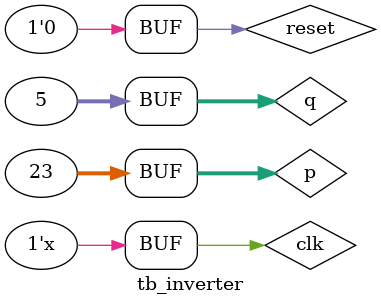
<source format=v>
`timescale 1ns / 1ps
`define WIDTH 32
module tb_inverter;
    reg [`WIDTH-1:0] p;
	reg [`WIDTH-1:0] q;
	reg clk;
	reg reset;
	wire finish;
	wire [`WIDTH-1:0] e;
	wire [`WIDTH*2-1:0] d;
	
	inverter uut(p,q,clk,reset,finish,e,d);
	
	initial begin
	   p = 32'd23;
	   q = 32'd5;
	   clk = 0;
	   reset = 0;
	   #10 reset = 1;
	   #10 reset = 0;
	end
	
	always #5 clk = ~clk;
endmodule

</source>
